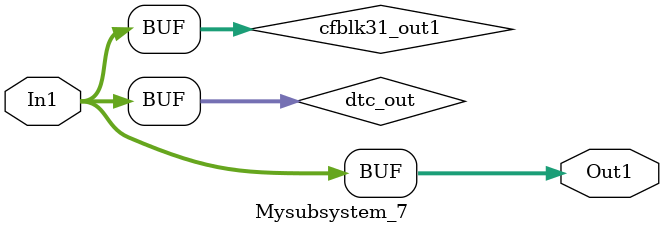
<source format=v>



`timescale 1 ns / 1 ns

module Mysubsystem_7
          (In1,
           Out1);


  input   [7:0] In1;  // uint8
  output  [7:0] Out1;  // uint8


  wire [7:0] dtc_out;  // ufix8
  wire [7:0] cfblk31_out1;  // uint8


  assign dtc_out = In1;



  assign cfblk31_out1 = dtc_out;



  assign Out1 = cfblk31_out1;

endmodule  // Mysubsystem_7


</source>
